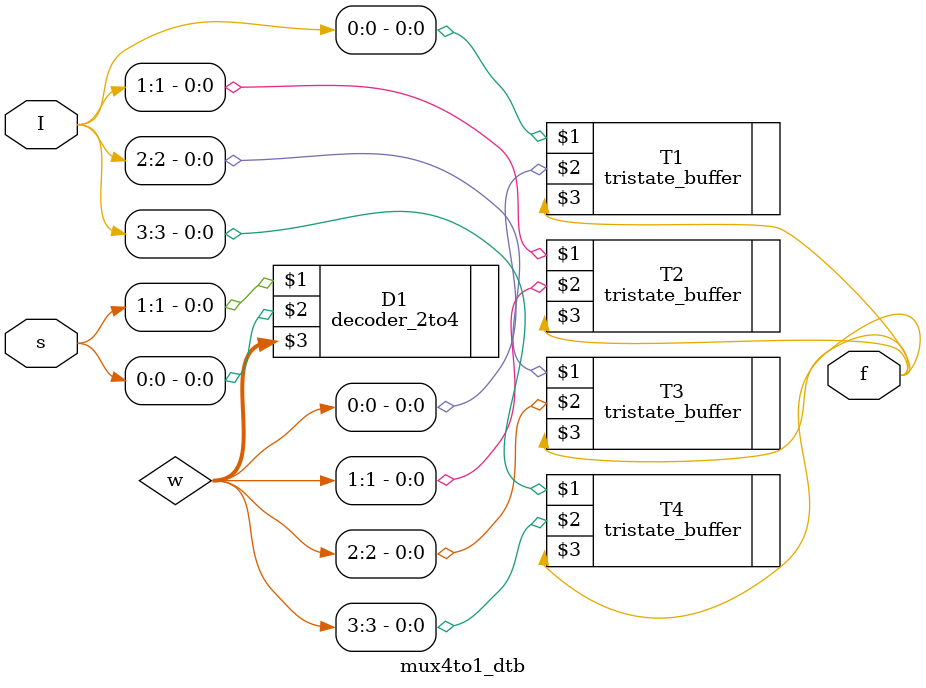
<source format=v>

module mux4to1_dtb (
    input [1:0] s,
    input [3:0] I,
    output f
);

  wire [3:0] w;

  decoder_2to4 D1 (
      s[1],
      s[0],
      w[3:0]
  );

  tristate_buffer T1 (
      I[0],
      w[0],
      f
  );

  tristate_buffer T2 (
      I[1],
      w[1],
      f
  );

  tristate_buffer T3 (
      I[2],
      w[2],
      f
  );

  tristate_buffer T4 (
      I[3],
      w[3],
      f
  );

endmodule

</source>
